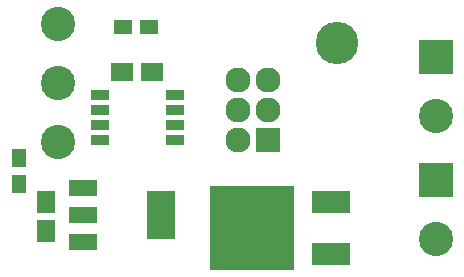
<source format=gts>
G04 #@! TF.FileFunction,Soldermask,Top*
%FSLAX46Y46*%
G04 Gerber Fmt 4.6, Leading zero omitted, Abs format (unit mm)*
G04 Created by KiCad (PCBNEW 4.0.1-3.201512161002+6197~38~ubuntu15.10.1-stable) date 2015-12-20T00:19:31 CET*
%MOMM*%
G01*
G04 APERTURE LIST*
%ADD10C,0.100000*%
%ADD11C,2.899360*%
%ADD12R,1.543000X0.908000*%
%ADD13R,1.650000X1.900000*%
%ADD14R,1.900000X1.650000*%
%ADD15R,2.900000X2.900000*%
%ADD16C,2.900000*%
%ADD17R,2.127200X2.127200*%
%ADD18O,2.127200X2.127200*%
%ADD19R,1.300000X1.600000*%
%ADD20R,1.600000X1.300000*%
%ADD21R,3.180000X1.950000*%
%ADD22R,7.130000X7.140000*%
%ADD23R,2.432000X4.057600*%
%ADD24R,2.432000X1.416000*%
%ADD25C,3.600000*%
G04 APERTURE END LIST*
D10*
D11*
X183388000Y-125349000D03*
X183388000Y-120347740D03*
X183388000Y-130350260D03*
D12*
X193294000Y-126365000D03*
X193294000Y-127635000D03*
X193294000Y-128905000D03*
X193294000Y-130175000D03*
X186944000Y-130175000D03*
X186944000Y-128905000D03*
X186944000Y-127635000D03*
X186944000Y-126365000D03*
D13*
X182372000Y-137922000D03*
X182372000Y-135422000D03*
D14*
X191369000Y-124460000D03*
X188869000Y-124460000D03*
D15*
X215392000Y-133604000D03*
D16*
X215392000Y-138604000D03*
D15*
X215392000Y-123190000D03*
D16*
X215392000Y-128190000D03*
D17*
X201168000Y-130175000D03*
D18*
X198628000Y-130175000D03*
X201168000Y-127635000D03*
X198628000Y-127635000D03*
X201168000Y-125095000D03*
X198628000Y-125095000D03*
D19*
X180086000Y-131742000D03*
X180086000Y-133942000D03*
D20*
X191092000Y-120650000D03*
X188892000Y-120650000D03*
D21*
X206484000Y-135488000D03*
D22*
X199849000Y-137668000D03*
D21*
X206484000Y-139848000D03*
D23*
X192151000Y-136525000D03*
D24*
X185547000Y-136525000D03*
X185547000Y-138811000D03*
X185547000Y-134239000D03*
D25*
X207000000Y-122000000D03*
M02*

</source>
